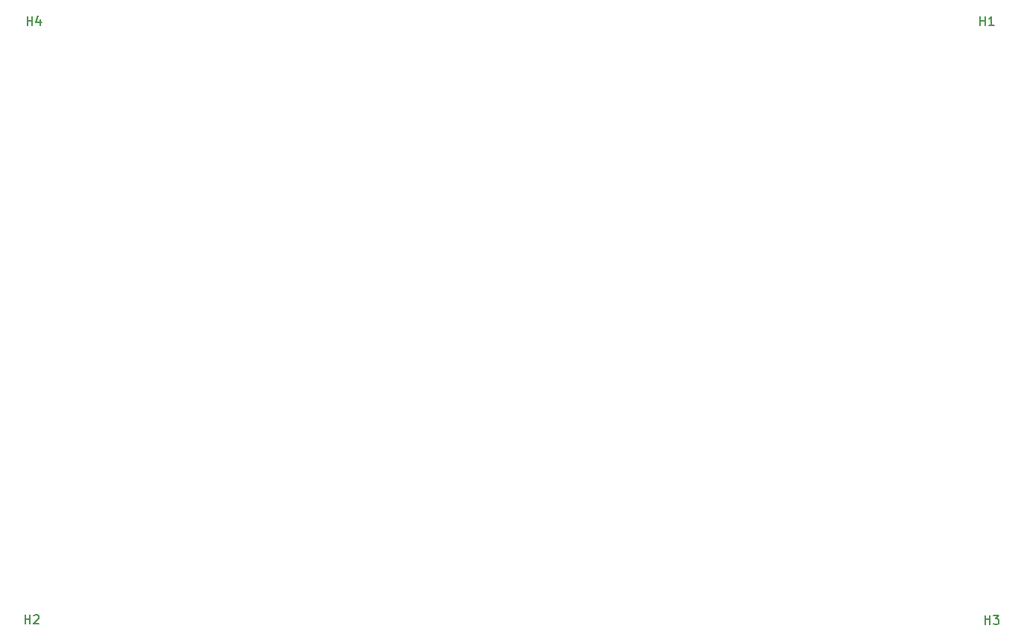
<source format=gbr>
G04 #@! TF.GenerationSoftware,KiCad,Pcbnew,(5.1.4)-1*
G04 #@! TF.CreationDate,2020-03-11T19:41:45+01:00*
G04 #@! TF.ProjectId,Jopen,4a6f7065-6e2e-46b6-9963-61645f706362,rev?*
G04 #@! TF.SameCoordinates,Original*
G04 #@! TF.FileFunction,Legend,Top*
G04 #@! TF.FilePolarity,Positive*
%FSLAX46Y46*%
G04 Gerber Fmt 4.6, Leading zero omitted, Abs format (unit mm)*
G04 Created by KiCad (PCBNEW (5.1.4)-1) date 2020-03-11 19:41:45*
%MOMM*%
%LPD*%
G04 APERTURE LIST*
%ADD10C,0.150000*%
G04 APERTURE END LIST*
D10*
X89638095Y-58552380D02*
X89638095Y-57552380D01*
X89638095Y-58028571D02*
X90209523Y-58028571D01*
X90209523Y-58552380D02*
X90209523Y-57552380D01*
X91114285Y-57885714D02*
X91114285Y-58552380D01*
X90876190Y-57504761D02*
X90638095Y-58219047D01*
X91257142Y-58219047D01*
X198438095Y-126702380D02*
X198438095Y-125702380D01*
X198438095Y-126178571D02*
X199009523Y-126178571D01*
X199009523Y-126702380D02*
X199009523Y-125702380D01*
X199390476Y-125702380D02*
X200009523Y-125702380D01*
X199676190Y-126083333D01*
X199819047Y-126083333D01*
X199914285Y-126130952D01*
X199961904Y-126178571D01*
X200009523Y-126273809D01*
X200009523Y-126511904D01*
X199961904Y-126607142D01*
X199914285Y-126654761D01*
X199819047Y-126702380D01*
X199533333Y-126702380D01*
X199438095Y-126654761D01*
X199390476Y-126607142D01*
X89388095Y-126652380D02*
X89388095Y-125652380D01*
X89388095Y-126128571D02*
X89959523Y-126128571D01*
X89959523Y-126652380D02*
X89959523Y-125652380D01*
X90388095Y-125747619D02*
X90435714Y-125700000D01*
X90530952Y-125652380D01*
X90769047Y-125652380D01*
X90864285Y-125700000D01*
X90911904Y-125747619D01*
X90959523Y-125842857D01*
X90959523Y-125938095D01*
X90911904Y-126080952D01*
X90340476Y-126652380D01*
X90959523Y-126652380D01*
X197888095Y-58552380D02*
X197888095Y-57552380D01*
X197888095Y-58028571D02*
X198459523Y-58028571D01*
X198459523Y-58552380D02*
X198459523Y-57552380D01*
X199459523Y-58552380D02*
X198888095Y-58552380D01*
X199173809Y-58552380D02*
X199173809Y-57552380D01*
X199078571Y-57695238D01*
X198983333Y-57790476D01*
X198888095Y-57838095D01*
M02*

</source>
